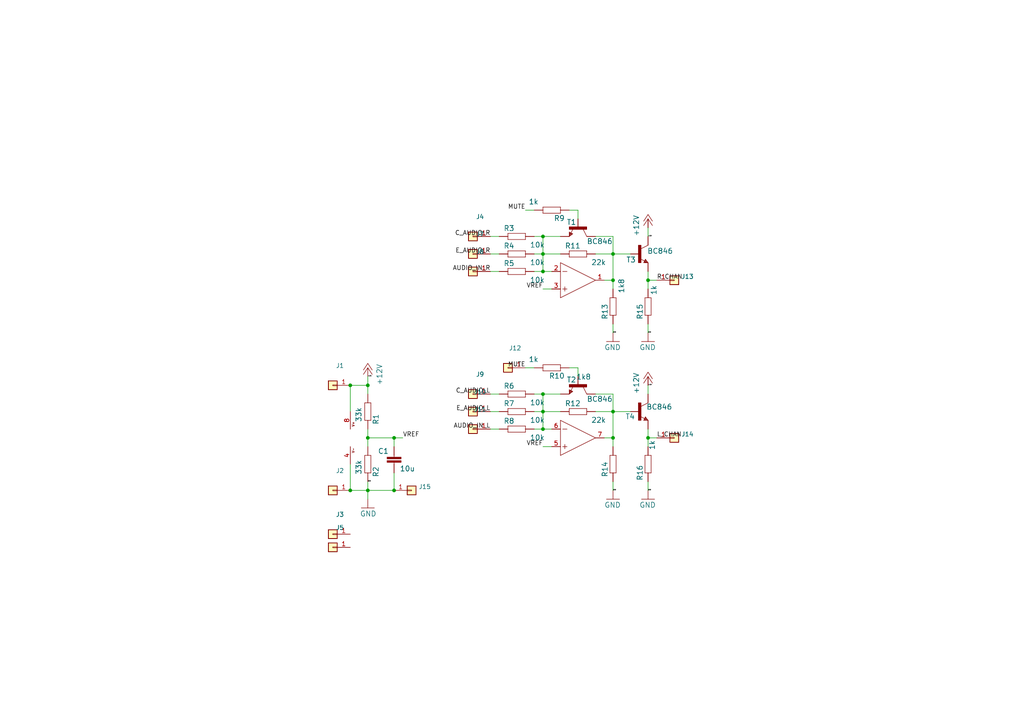
<source format=kicad_sch>
(kicad_sch (version 20211123) (generator eeschema)

  (uuid afd3dbad-e7a8-4e4c-b77c-4065a69aefa2)

  (paper "A4")

  (lib_symbols
    (symbol "Connector_Generic:Conn_01x01" (pin_names (offset 1.016) hide) (in_bom yes) (on_board yes)
      (property "Reference" "J" (id 0) (at 0 2.54 0)
        (effects (font (size 1.27 1.27)))
      )
      (property "Value" "Conn_01x01" (id 1) (at 0 -2.54 0)
        (effects (font (size 1.27 1.27)))
      )
      (property "Footprint" "" (id 2) (at 0 0 0)
        (effects (font (size 1.27 1.27)) hide)
      )
      (property "Datasheet" "~" (id 3) (at 0 0 0)
        (effects (font (size 1.27 1.27)) hide)
      )
      (property "ki_keywords" "connector" (id 4) (at 0 0 0)
        (effects (font (size 1.27 1.27)) hide)
      )
      (property "ki_description" "Generic connector, single row, 01x01, script generated (kicad-library-utils/schlib/autogen/connector/)" (id 5) (at 0 0 0)
        (effects (font (size 1.27 1.27)) hide)
      )
      (property "ki_fp_filters" "Connector*:*_1x??_*" (id 6) (at 0 0 0)
        (effects (font (size 1.27 1.27)) hide)
      )
      (symbol "Conn_01x01_1_1"
        (rectangle (start -1.27 0.127) (end 0 -0.127)
          (stroke (width 0.1524) (type default) (color 0 0 0 0))
          (fill (type none))
        )
        (rectangle (start -1.27 1.27) (end 1.27 -1.27)
          (stroke (width 0.254) (type default) (color 0 0 0 0))
          (fill (type background))
        )
        (pin passive line (at -5.08 0 0) (length 3.81)
          (name "Pin_1" (effects (font (size 1.27 1.27))))
          (number "1" (effects (font (size 1.27 1.27))))
        )
      )
    )
    (symbol "S-Mix-Replacement-eagle-import:+12V" (power) (pin_names (offset 1.016)) (in_bom yes) (on_board yes)
      (property "Reference" "#P+" (id 0) (at 0 0 0)
        (effects (font (size 1.27 1.27)) hide)
      )
      (property "Value" "S-Mix-Replacement-eagle-import_+12V" (id 1) (at -2.54 -5.08 90)
        (effects (font (size 1.4986 1.4986)) (justify left bottom))
      )
      (property "Footprint" "" (id 2) (at 0 0 0)
        (effects (font (size 1.27 1.27)) hide)
      )
      (property "Datasheet" "" (id 3) (at 0 0 0)
        (effects (font (size 1.27 1.27)) hide)
      )
      (property "ki_locked" "" (id 4) (at 0 0 0)
        (effects (font (size 1.27 1.27)))
      )
      (symbol "+12V_1_0"
        (polyline
          (pts
            (xy 0 0)
            (xy -1.27 -1.905)
          )
          (stroke (width 0) (type default) (color 0 0 0 0))
          (fill (type none))
        )
        (polyline
          (pts
            (xy 0 1.27)
            (xy -1.27 -0.635)
          )
          (stroke (width 0) (type default) (color 0 0 0 0))
          (fill (type none))
        )
        (polyline
          (pts
            (xy 1.27 -1.905)
            (xy 0 0)
          )
          (stroke (width 0) (type default) (color 0 0 0 0))
          (fill (type none))
        )
        (polyline
          (pts
            (xy 1.27 -0.635)
            (xy 0 1.27)
          )
          (stroke (width 0) (type default) (color 0 0 0 0))
          (fill (type none))
        )
        (pin power_in line (at 0 -2.54 90) (length 2.54)
          (name "+12V" (effects (font (size 0 0))))
          (number "1" (effects (font (size 0 0))))
        )
      )
    )
    (symbol "S-Mix-Replacement-eagle-import:BC846" (pin_names (offset 1.016)) (in_bom yes) (on_board yes)
      (property "Reference" "T" (id 0) (at -10.16 7.62 0)
        (effects (font (size 1.4986 1.4986)) (justify left bottom))
      )
      (property "Value" "S-Mix-Replacement-eagle-import_BC846" (id 1) (at -10.16 5.08 0)
        (effects (font (size 1.4986 1.4986)) (justify left bottom))
      )
      (property "Footprint" "" (id 2) (at 0 0 0)
        (effects (font (size 1.27 1.27)) hide)
      )
      (property "Datasheet" "" (id 3) (at 0 0 0)
        (effects (font (size 1.27 1.27)) hide)
      )
      (property "ki_locked" "" (id 4) (at 0 0 0)
        (effects (font (size 1.27 1.27)))
      )
      (symbol "BC846_1_0"
        (rectangle (start -0.254 -2.54) (end 0.508 2.54)
          (stroke (width 0) (type default) (color 0 0 0 0))
          (fill (type outline))
        )
        (polyline
          (pts
            (xy 1.27 -2.54)
            (xy 1.778 -1.524)
          )
          (stroke (width 0) (type default) (color 0 0 0 0))
          (fill (type none))
        )
        (polyline
          (pts
            (xy 1.524 -2.413)
            (xy 2.286 -2.413)
          )
          (stroke (width 0) (type default) (color 0 0 0 0))
          (fill (type none))
        )
        (polyline
          (pts
            (xy 1.524 -2.286)
            (xy 1.905 -2.286)
          )
          (stroke (width 0) (type default) (color 0 0 0 0))
          (fill (type none))
        )
        (polyline
          (pts
            (xy 1.524 -2.032)
            (xy 0.3048 -1.4224)
          )
          (stroke (width 0) (type default) (color 0 0 0 0))
          (fill (type none))
        )
        (polyline
          (pts
            (xy 1.778 -1.778)
            (xy 1.524 -2.286)
          )
          (stroke (width 0) (type default) (color 0 0 0 0))
          (fill (type none))
        )
        (polyline
          (pts
            (xy 1.778 -1.524)
            (xy 2.54 -2.54)
          )
          (stroke (width 0) (type default) (color 0 0 0 0))
          (fill (type none))
        )
        (polyline
          (pts
            (xy 1.905 -2.286)
            (xy 1.778 -2.032)
          )
          (stroke (width 0) (type default) (color 0 0 0 0))
          (fill (type none))
        )
        (polyline
          (pts
            (xy 2.286 -2.413)
            (xy 1.778 -1.778)
          )
          (stroke (width 0) (type default) (color 0 0 0 0))
          (fill (type none))
        )
        (polyline
          (pts
            (xy 2.54 -2.54)
            (xy 1.27 -2.54)
          )
          (stroke (width 0) (type default) (color 0 0 0 0))
          (fill (type none))
        )
        (polyline
          (pts
            (xy 2.54 2.54)
            (xy 0.508 1.524)
          )
          (stroke (width 0) (type default) (color 0 0 0 0))
          (fill (type none))
        )
        (pin passive line (at -2.54 0 0) (length 2.54)
          (name "B" (effects (font (size 0 0))))
          (number "1" (effects (font (size 0 0))))
        )
        (pin passive line (at 2.54 -5.08 90) (length 2.54)
          (name "E" (effects (font (size 0 0))))
          (number "2" (effects (font (size 0 0))))
        )
        (pin passive line (at 2.54 5.08 270) (length 2.54)
          (name "C" (effects (font (size 0 0))))
          (number "3" (effects (font (size 0 0))))
        )
      )
    )
    (symbol "S-Mix-Replacement-eagle-import:C-EUC1206" (pin_names (offset 1.016)) (in_bom yes) (on_board yes)
      (property "Reference" "C" (id 0) (at 1.524 0.381 0)
        (effects (font (size 1.4986 1.4986)) (justify left bottom))
      )
      (property "Value" "S-Mix-Replacement-eagle-import_C-EUC1206" (id 1) (at 1.524 -4.699 0)
        (effects (font (size 1.4986 1.4986)) (justify left bottom))
      )
      (property "Footprint" "" (id 2) (at 0 0 0)
        (effects (font (size 1.27 1.27)) hide)
      )
      (property "Datasheet" "" (id 3) (at 0 0 0)
        (effects (font (size 1.27 1.27)) hide)
      )
      (property "ki_locked" "" (id 4) (at 0 0 0)
        (effects (font (size 1.27 1.27)))
      )
      (symbol "C-EUC1206_1_0"
        (rectangle (start -2.032 -2.032) (end 2.032 -1.524)
          (stroke (width 0) (type default) (color 0 0 0 0))
          (fill (type outline))
        )
        (rectangle (start -2.032 -1.016) (end 2.032 -0.508)
          (stroke (width 0) (type default) (color 0 0 0 0))
          (fill (type outline))
        )
        (polyline
          (pts
            (xy 0 -2.54)
            (xy 0 -2.032)
          )
          (stroke (width 0) (type default) (color 0 0 0 0))
          (fill (type none))
        )
        (polyline
          (pts
            (xy 0 0)
            (xy 0 -0.508)
          )
          (stroke (width 0) (type default) (color 0 0 0 0))
          (fill (type none))
        )
        (pin passive line (at 0 2.54 270) (length 2.54)
          (name "1" (effects (font (size 0 0))))
          (number "1" (effects (font (size 0 0))))
        )
        (pin passive line (at 0 -5.08 90) (length 2.54)
          (name "2" (effects (font (size 0 0))))
          (number "2" (effects (font (size 0 0))))
        )
      )
    )
    (symbol "S-Mix-Replacement-eagle-import:GND" (power) (pin_names (offset 1.016)) (in_bom yes) (on_board yes)
      (property "Reference" "#GND" (id 0) (at 0 0 0)
        (effects (font (size 1.27 1.27)) hide)
      )
      (property "Value" "S-Mix-Replacement-eagle-import_GND" (id 1) (at -2.54 -2.54 0)
        (effects (font (size 1.4986 1.4986)) (justify left bottom))
      )
      (property "Footprint" "" (id 2) (at 0 0 0)
        (effects (font (size 1.27 1.27)) hide)
      )
      (property "Datasheet" "" (id 3) (at 0 0 0)
        (effects (font (size 1.27 1.27)) hide)
      )
      (property "ki_locked" "" (id 4) (at 0 0 0)
        (effects (font (size 1.27 1.27)))
      )
      (symbol "GND_1_0"
        (polyline
          (pts
            (xy -1.905 0)
            (xy 1.905 0)
          )
          (stroke (width 0) (type default) (color 0 0 0 0))
          (fill (type none))
        )
        (pin power_in line (at 0 2.54 270) (length 2.54)
          (name "GND" (effects (font (size 0 0))))
          (number "1" (effects (font (size 0 0))))
        )
      )
    )
    (symbol "S-Mix-Replacement-eagle-import:LM358D" (pin_names (offset 1.016)) (in_bom yes) (on_board yes)
      (property "Reference" "IC" (id 0) (at 2.54 3.175 0)
        (effects (font (size 1.4986 1.4986)) (justify left bottom) hide)
      )
      (property "Value" "S-Mix-Replacement-eagle-import_LM358D" (id 1) (at 2.54 -5.08 0)
        (effects (font (size 1.4986 1.4986)) (justify left bottom) hide)
      )
      (property "Footprint" "" (id 2) (at 0 0 0)
        (effects (font (size 1.27 1.27)) hide)
      )
      (property "Datasheet" "" (id 3) (at 0 0 0)
        (effects (font (size 1.27 1.27)) hide)
      )
      (property "ki_locked" "" (id 4) (at 0 0 0)
        (effects (font (size 1.27 1.27)))
      )
      (symbol "LM358D_1_0"
        (polyline
          (pts
            (xy -5.08 -5.08)
            (xy 5.08 0)
          )
          (stroke (width 0) (type default) (color 0 0 0 0))
          (fill (type none))
        )
        (polyline
          (pts
            (xy -5.08 5.08)
            (xy -5.08 -5.08)
          )
          (stroke (width 0) (type default) (color 0 0 0 0))
          (fill (type none))
        )
        (polyline
          (pts
            (xy -4.445 -2.54)
            (xy -3.175 -2.54)
          )
          (stroke (width 0) (type default) (color 0 0 0 0))
          (fill (type none))
        )
        (polyline
          (pts
            (xy -4.445 2.54)
            (xy -3.175 2.54)
          )
          (stroke (width 0) (type default) (color 0 0 0 0))
          (fill (type none))
        )
        (polyline
          (pts
            (xy -3.81 3.175)
            (xy -3.81 1.905)
          )
          (stroke (width 0) (type default) (color 0 0 0 0))
          (fill (type none))
        )
        (polyline
          (pts
            (xy 5.08 0)
            (xy -5.08 5.08)
          )
          (stroke (width 0) (type default) (color 0 0 0 0))
          (fill (type none))
        )
        (pin output line (at 7.62 0 180) (length 2.54)
          (name "OUT" (effects (font (size 0 0))))
          (number "1" (effects (font (size 1.27 1.27))))
        )
        (pin input line (at -7.62 -2.54 0) (length 2.54)
          (name "-IN" (effects (font (size 0 0))))
          (number "2" (effects (font (size 1.27 1.27))))
        )
        (pin input line (at -7.62 2.54 0) (length 2.54)
          (name "+IN" (effects (font (size 0 0))))
          (number "3" (effects (font (size 1.27 1.27))))
        )
      )
      (symbol "LM358D_2_0"
        (polyline
          (pts
            (xy -5.08 -5.08)
            (xy 5.08 0)
          )
          (stroke (width 0) (type default) (color 0 0 0 0))
          (fill (type none))
        )
        (polyline
          (pts
            (xy -5.08 5.08)
            (xy -5.08 -5.08)
          )
          (stroke (width 0) (type default) (color 0 0 0 0))
          (fill (type none))
        )
        (polyline
          (pts
            (xy -4.445 -2.54)
            (xy -3.175 -2.54)
          )
          (stroke (width 0) (type default) (color 0 0 0 0))
          (fill (type none))
        )
        (polyline
          (pts
            (xy -4.445 2.54)
            (xy -3.175 2.54)
          )
          (stroke (width 0) (type default) (color 0 0 0 0))
          (fill (type none))
        )
        (polyline
          (pts
            (xy -3.81 3.175)
            (xy -3.81 1.905)
          )
          (stroke (width 0) (type default) (color 0 0 0 0))
          (fill (type none))
        )
        (polyline
          (pts
            (xy 5.08 0)
            (xy -5.08 5.08)
          )
          (stroke (width 0) (type default) (color 0 0 0 0))
          (fill (type none))
        )
        (pin input line (at -7.62 2.54 0) (length 2.54)
          (name "+IN" (effects (font (size 0 0))))
          (number "5" (effects (font (size 1.27 1.27))))
        )
        (pin input line (at -7.62 -2.54 0) (length 2.54)
          (name "-IN" (effects (font (size 0 0))))
          (number "6" (effects (font (size 1.27 1.27))))
        )
        (pin output line (at 7.62 0 180) (length 2.54)
          (name "OUT" (effects (font (size 0 0))))
          (number "7" (effects (font (size 1.27 1.27))))
        )
      )
      (symbol "LM358D_3_0"
        (text "V+" (at 1.27 3.175 900)
          (effects (font (size 0.6858 0.6858)) (justify left bottom))
        )
        (text "V-" (at 1.27 -4.445 900)
          (effects (font (size 0.6858 0.6858)) (justify left bottom))
        )
        (pin power_in line (at 0 -7.62 90) (length 5.08)
          (name "V-" (effects (font (size 0 0))))
          (number "4" (effects (font (size 1.27 1.27))))
        )
        (pin power_in line (at 0 7.62 270) (length 5.08)
          (name "V+" (effects (font (size 0 0))))
          (number "8" (effects (font (size 1.27 1.27))))
        )
      )
    )
    (symbol "S-Mix-Replacement-eagle-import:R-EU_R0805" (pin_names (offset 1.016)) (in_bom yes) (on_board yes)
      (property "Reference" "R" (id 0) (at -3.81 1.4986 0)
        (effects (font (size 1.4986 1.4986)) (justify left bottom))
      )
      (property "Value" "S-Mix-Replacement-eagle-import_R-EU_R0805" (id 1) (at -3.81 -3.302 0)
        (effects (font (size 1.4986 1.4986)) (justify left bottom))
      )
      (property "Footprint" "" (id 2) (at 0 0 0)
        (effects (font (size 1.27 1.27)) hide)
      )
      (property "Datasheet" "" (id 3) (at 0 0 0)
        (effects (font (size 1.27 1.27)) hide)
      )
      (property "ki_locked" "" (id 4) (at 0 0 0)
        (effects (font (size 1.27 1.27)))
      )
      (symbol "R-EU_R0805_1_0"
        (polyline
          (pts
            (xy -2.54 -0.889)
            (xy -2.54 0.889)
          )
          (stroke (width 0) (type default) (color 0 0 0 0))
          (fill (type none))
        )
        (polyline
          (pts
            (xy -2.54 -0.889)
            (xy 2.54 -0.889)
          )
          (stroke (width 0) (type default) (color 0 0 0 0))
          (fill (type none))
        )
        (polyline
          (pts
            (xy 2.54 -0.889)
            (xy 2.54 0.889)
          )
          (stroke (width 0) (type default) (color 0 0 0 0))
          (fill (type none))
        )
        (polyline
          (pts
            (xy 2.54 0.889)
            (xy -2.54 0.889)
          )
          (stroke (width 0) (type default) (color 0 0 0 0))
          (fill (type none))
        )
        (pin passive line (at -5.08 0 0) (length 2.54)
          (name "1" (effects (font (size 0 0))))
          (number "1" (effects (font (size 0 0))))
        )
        (pin passive line (at 5.08 0 180) (length 2.54)
          (name "2" (effects (font (size 0 0))))
          (number "2" (effects (font (size 0 0))))
        )
      )
    )
  )

  (junction (at 101.6 142.24) (diameter 0) (color 0 0 0 0)
    (uuid 101ef598-601d-400e-9ef6-d655fbb1dbfa)
  )
  (junction (at 177.8 73.66) (diameter 0) (color 0 0 0 0)
    (uuid 15875808-74d5-4210-b8ca-aa8fbc04ae21)
  )
  (junction (at 106.68 142.24) (diameter 0) (color 0 0 0 0)
    (uuid 1a2f72d1-0b36-4610-afc4-4ad1660d5d3b)
  )
  (junction (at 177.8 127) (diameter 0) (color 0 0 0 0)
    (uuid 30f15357-ce1d-48b9-93dc-7d9b1b2aa048)
  )
  (junction (at 187.96 127) (diameter 0) (color 0 0 0 0)
    (uuid 38f2d955-ea7a-4a21-aba6-02ae23f1bd4a)
  )
  (junction (at 157.48 114.3) (diameter 0) (color 0 0 0 0)
    (uuid 6a955fc7-39d9-4c75-9a69-676ca8c0b9b2)
  )
  (junction (at 157.48 78.74) (diameter 0) (color 0 0 0 0)
    (uuid 6e105729-aba0-497c-a99e-c32d2b3ddb6d)
  )
  (junction (at 157.48 73.66) (diameter 0) (color 0 0 0 0)
    (uuid 78cbdd6c-4878-4cc5-9a58-0e506478e37d)
  )
  (junction (at 101.6 111.76) (diameter 0) (color 0 0 0 0)
    (uuid 8087f566-a94d-4bbc-985b-e49ee7762296)
  )
  (junction (at 157.48 68.58) (diameter 0) (color 0 0 0 0)
    (uuid 983c426c-24e0-4c65-ab69-1f1824adc5c6)
  )
  (junction (at 106.68 111.76) (diameter 0) (color 0 0 0 0)
    (uuid 9c8ccb2a-b1e9-4f2c-94fe-301b5975277e)
  )
  (junction (at 187.96 81.28) (diameter 0) (color 0 0 0 0)
    (uuid 9dab0cb7-2557-4419-963b-5ae736517f62)
  )
  (junction (at 114.3 142.24) (diameter 0) (color 0 0 0 0)
    (uuid a9b3f6e4-7a6d-4ae8-ad28-3d8458e0ca1a)
  )
  (junction (at 106.68 127) (diameter 0) (color 0 0 0 0)
    (uuid c022004a-c968-410e-b59e-fbab0e561e9d)
  )
  (junction (at 177.8 119.38) (diameter 0) (color 0 0 0 0)
    (uuid d8603679-3e7b-4337-8dbc-1827f5f54d8a)
  )
  (junction (at 177.8 81.28) (diameter 0) (color 0 0 0 0)
    (uuid dd00c2e1-6027-4717-b312-4fab3ee52002)
  )
  (junction (at 157.48 124.46) (diameter 0) (color 0 0 0 0)
    (uuid e8314017-7be6-4011-9179-37449a29b311)
  )
  (junction (at 157.48 119.38) (diameter 0) (color 0 0 0 0)
    (uuid f1830a1b-f0cc-47ae-a2c9-679c82032f14)
  )
  (junction (at 114.3 127) (diameter 0) (color 0 0 0 0)
    (uuid f4f99e3d-7269-4f6a-a759-16ad2a258779)
  )

  (wire (pts (xy 177.8 81.28) (xy 177.8 73.66))
    (stroke (width 0) (type default) (color 0 0 0 0))
    (uuid 0147f16a-c952-4891-8f53-a9fb8cddeb8d)
  )
  (wire (pts (xy 101.6 142.24) (xy 101.6 134.62))
    (stroke (width 0) (type default) (color 0 0 0 0))
    (uuid 03d88a85-11fd-47aa-954c-c318bb15294a)
  )
  (wire (pts (xy 167.64 109.22) (xy 167.64 106.68))
    (stroke (width 0) (type default) (color 0 0 0 0))
    (uuid 0a3cc030-c9dd-4d74-9d50-715ed2b361a2)
  )
  (wire (pts (xy 177.8 68.58) (xy 177.8 73.66))
    (stroke (width 0) (type default) (color 0 0 0 0))
    (uuid 0d0bb7b2-a6e5-46d2-9492-a1aa6e5a7b2f)
  )
  (wire (pts (xy 187.96 127) (xy 187.96 124.46))
    (stroke (width 0) (type default) (color 0 0 0 0))
    (uuid 0f41a909-27c4-4be2-9d5e-9ae2108c8ff5)
  )
  (wire (pts (xy 106.68 124.46) (xy 106.68 127))
    (stroke (width 0) (type default) (color 0 0 0 0))
    (uuid 10109f84-4940-47f8-8640-91f185ac9bc1)
  )
  (wire (pts (xy 187.96 96.52) (xy 187.96 93.98))
    (stroke (width 0) (type default) (color 0 0 0 0))
    (uuid 13475e15-f37c-4de8-857e-1722b0c39513)
  )
  (wire (pts (xy 157.48 68.58) (xy 157.48 73.66))
    (stroke (width 0) (type default) (color 0 0 0 0))
    (uuid 13abf99d-5265-4779-8973-e94370fd18ff)
  )
  (wire (pts (xy 154.94 60.96) (xy 152.4 60.96))
    (stroke (width 0) (type default) (color 0 0 0 0))
    (uuid 1860e030-7a36-4298-b7fc-a16d48ab15ba)
  )
  (wire (pts (xy 187.96 129.54) (xy 187.96 127))
    (stroke (width 0) (type default) (color 0 0 0 0))
    (uuid 1b54105e-6590-4d26-a763-ecfcf81eedc4)
  )
  (wire (pts (xy 182.88 119.38) (xy 177.8 119.38))
    (stroke (width 0) (type default) (color 0 0 0 0))
    (uuid 1e1b062d-fad0-427c-a622-c5b8a80b5268)
  )
  (wire (pts (xy 157.48 68.58) (xy 162.56 68.58))
    (stroke (width 0) (type default) (color 0 0 0 0))
    (uuid 23bb2798-d93a-4696-a962-c305c4298a0c)
  )
  (wire (pts (xy 177.8 114.3) (xy 177.8 119.38))
    (stroke (width 0) (type default) (color 0 0 0 0))
    (uuid 3b838d52-596d-4e4d-a6ac-e4c8e7621137)
  )
  (wire (pts (xy 154.94 119.38) (xy 157.48 119.38))
    (stroke (width 0) (type default) (color 0 0 0 0))
    (uuid 3f5fe6b7-98fc-4d3e-9567-f9f7202d1455)
  )
  (wire (pts (xy 175.26 127) (xy 177.8 127))
    (stroke (width 0) (type default) (color 0 0 0 0))
    (uuid 44d8279a-9cd1-4db6-856f-0363131605fc)
  )
  (wire (pts (xy 157.48 78.74) (xy 154.94 78.74))
    (stroke (width 0) (type default) (color 0 0 0 0))
    (uuid 46918595-4a45-48e8-84c0-961b4db7f35f)
  )
  (wire (pts (xy 106.68 111.76) (xy 106.68 114.3))
    (stroke (width 0) (type default) (color 0 0 0 0))
    (uuid 48f827a8-6e22-4a2e-abdc-c2a03098d883)
  )
  (wire (pts (xy 187.96 111.76) (xy 187.96 114.3))
    (stroke (width 0) (type default) (color 0 0 0 0))
    (uuid 4e3d7c0d-12e3-42f2-b944-e4bcdbbcac2a)
  )
  (wire (pts (xy 160.02 129.54) (xy 157.48 129.54))
    (stroke (width 0) (type default) (color 0 0 0 0))
    (uuid 4fb02e58-160a-4a39-9f22-d0c75e82ee72)
  )
  (wire (pts (xy 106.68 142.24) (xy 101.6 142.24))
    (stroke (width 0) (type default) (color 0 0 0 0))
    (uuid 51c4dc0a-5b9f-4edf-a83f-4a12881e42ef)
  )
  (wire (pts (xy 106.68 127) (xy 106.68 129.54))
    (stroke (width 0) (type default) (color 0 0 0 0))
    (uuid 55e740a3-0735-4744-896e-2bf5437093b9)
  )
  (wire (pts (xy 187.96 68.58) (xy 187.96 66.04))
    (stroke (width 0) (type default) (color 0 0 0 0))
    (uuid 5b2b5c7d-f943-4634-9f0a-e9561705c49d)
  )
  (wire (pts (xy 142.24 114.3) (xy 144.78 114.3))
    (stroke (width 0) (type default) (color 0 0 0 0))
    (uuid 5bcace5d-edd0-4e19-92d0-835e43cf8eb2)
  )
  (wire (pts (xy 154.94 114.3) (xy 157.48 114.3))
    (stroke (width 0) (type default) (color 0 0 0 0))
    (uuid 5cbb5968-dbb5-4b84-864a-ead1cacf75b9)
  )
  (wire (pts (xy 157.48 114.3) (xy 157.48 119.38))
    (stroke (width 0) (type default) (color 0 0 0 0))
    (uuid 62c076a3-d618-44a2-9042-9a08b3576787)
  )
  (wire (pts (xy 187.96 127) (xy 190.5 127))
    (stroke (width 0) (type default) (color 0 0 0 0))
    (uuid 632acde9-b7fd-4f04-8cb4-d2cbb06b3595)
  )
  (wire (pts (xy 177.8 119.38) (xy 172.72 119.38))
    (stroke (width 0) (type default) (color 0 0 0 0))
    (uuid 66116376-6967-4178-9f23-a26cdeafc400)
  )
  (wire (pts (xy 142.24 119.38) (xy 144.78 119.38))
    (stroke (width 0) (type default) (color 0 0 0 0))
    (uuid 67621f9e-0a6a-4778-ad69-04dcf300659c)
  )
  (wire (pts (xy 154.94 106.68) (xy 152.4 106.68))
    (stroke (width 0) (type default) (color 0 0 0 0))
    (uuid 67f6e996-3c99-493c-8f6f-e739e2ed5d7a)
  )
  (wire (pts (xy 175.26 81.28) (xy 177.8 81.28))
    (stroke (width 0) (type default) (color 0 0 0 0))
    (uuid 6a44418c-7bb4-4e99-8836-57f153c19721)
  )
  (wire (pts (xy 187.96 83.82) (xy 187.96 81.28))
    (stroke (width 0) (type default) (color 0 0 0 0))
    (uuid 6b25f522-8e2d-4cd8-9d5d-a2b80f60133b)
  )
  (wire (pts (xy 106.68 139.7) (xy 106.68 142.24))
    (stroke (width 0) (type default) (color 0 0 0 0))
    (uuid 712d6a7d-2b62-464f-b745-fd2a6b0187f6)
  )
  (wire (pts (xy 114.3 127) (xy 106.68 127))
    (stroke (width 0) (type default) (color 0 0 0 0))
    (uuid 71c31975-2c45-4d18-a25a-18e07a55d11e)
  )
  (wire (pts (xy 114.3 127) (xy 116.84 127))
    (stroke (width 0) (type default) (color 0 0 0 0))
    (uuid 746ba970-8279-4e7b-aed3-f28687777c21)
  )
  (wire (pts (xy 172.72 114.3) (xy 177.8 114.3))
    (stroke (width 0) (type default) (color 0 0 0 0))
    (uuid 749dfe75-c0d6-4872-9330-29c5bbcb8ff8)
  )
  (wire (pts (xy 160.02 83.82) (xy 157.48 83.82))
    (stroke (width 0) (type default) (color 0 0 0 0))
    (uuid 77ed3941-d133-4aef-a9af-5a39322d14eb)
  )
  (wire (pts (xy 182.88 73.66) (xy 177.8 73.66))
    (stroke (width 0) (type default) (color 0 0 0 0))
    (uuid 81bbc3ff-3938-49ac-8297-ce2bcc9a42bd)
  )
  (wire (pts (xy 167.64 106.68) (xy 165.1 106.68))
    (stroke (width 0) (type default) (color 0 0 0 0))
    (uuid 8322f275-268c-4e87-a69f-4cfbf05e747f)
  )
  (wire (pts (xy 106.68 144.78) (xy 106.68 142.24))
    (stroke (width 0) (type default) (color 0 0 0 0))
    (uuid 842e430f-0c35-45f3-a0b5-95ae7b7ae388)
  )
  (wire (pts (xy 187.96 142.24) (xy 187.96 139.7))
    (stroke (width 0) (type default) (color 0 0 0 0))
    (uuid 854dd5d4-5fd2-4730-bd49-a9cd8299a065)
  )
  (wire (pts (xy 106.68 109.22) (xy 106.68 111.76))
    (stroke (width 0) (type default) (color 0 0 0 0))
    (uuid 8d55e186-3e11-40e8-a65e-b36a8a00069e)
  )
  (wire (pts (xy 157.48 73.66) (xy 162.56 73.66))
    (stroke (width 0) (type default) (color 0 0 0 0))
    (uuid 94c158d1-8503-4553-b511-bf42f506c2a8)
  )
  (wire (pts (xy 114.3 142.24) (xy 114.3 137.16))
    (stroke (width 0) (type default) (color 0 0 0 0))
    (uuid 98e81e80-1f85-4152-be3f-99785ea97751)
  )
  (wire (pts (xy 157.48 78.74) (xy 160.02 78.74))
    (stroke (width 0) (type default) (color 0 0 0 0))
    (uuid 9ccf03e8-755a-4cd9-96fc-30e1d08fa253)
  )
  (wire (pts (xy 154.94 68.58) (xy 157.48 68.58))
    (stroke (width 0) (type default) (color 0 0 0 0))
    (uuid a05d7640-f2f6-4ba7-8c51-5a4af431fc13)
  )
  (wire (pts (xy 142.24 73.66) (xy 144.78 73.66))
    (stroke (width 0) (type default) (color 0 0 0 0))
    (uuid a17904b9-135e-4dae-ae20-401c7787de72)
  )
  (wire (pts (xy 154.94 73.66) (xy 157.48 73.66))
    (stroke (width 0) (type default) (color 0 0 0 0))
    (uuid a7520ad3-0f8b-4788-92d4-8ffb277041e6)
  )
  (wire (pts (xy 157.48 73.66) (xy 157.48 78.74))
    (stroke (width 0) (type default) (color 0 0 0 0))
    (uuid a795f1ba-cdd5-4cc5-9a52-08586e982934)
  )
  (wire (pts (xy 157.48 124.46) (xy 160.02 124.46))
    (stroke (width 0) (type default) (color 0 0 0 0))
    (uuid afb8e687-4a13-41a1-b8c0-89a749e897fe)
  )
  (wire (pts (xy 177.8 83.82) (xy 177.8 81.28))
    (stroke (width 0) (type default) (color 0 0 0 0))
    (uuid b1169a2d-8998-4b50-a48d-c520bcc1b8e1)
  )
  (wire (pts (xy 106.68 142.24) (xy 114.3 142.24))
    (stroke (width 0) (type default) (color 0 0 0 0))
    (uuid b3d08afa-f296-4e3b-8825-73b6331d35bf)
  )
  (wire (pts (xy 167.64 63.5) (xy 167.64 60.96))
    (stroke (width 0) (type default) (color 0 0 0 0))
    (uuid b6270a28-e0d9-4655-a18a-03dbf007b940)
  )
  (wire (pts (xy 154.94 124.46) (xy 157.48 124.46))
    (stroke (width 0) (type default) (color 0 0 0 0))
    (uuid bb7f0588-d4d8-44bf-9ebf-3c533fe4d6ae)
  )
  (wire (pts (xy 162.56 119.38) (xy 157.48 119.38))
    (stroke (width 0) (type default) (color 0 0 0 0))
    (uuid c1d83899-e380-49f9-a87d-8e78bc089ebf)
  )
  (wire (pts (xy 142.24 124.46) (xy 144.78 124.46))
    (stroke (width 0) (type default) (color 0 0 0 0))
    (uuid c801d42e-dd94-493e-bd2f-6c3ddad43f55)
  )
  (wire (pts (xy 177.8 129.54) (xy 177.8 127))
    (stroke (width 0) (type default) (color 0 0 0 0))
    (uuid cbdcaa78-3bbc-413f-91bf-2709119373ce)
  )
  (wire (pts (xy 142.24 68.58) (xy 144.78 68.58))
    (stroke (width 0) (type default) (color 0 0 0 0))
    (uuid cdfb07af-801b-44ba-8c30-d021a6ad3039)
  )
  (wire (pts (xy 101.6 111.76) (xy 101.6 119.38))
    (stroke (width 0) (type default) (color 0 0 0 0))
    (uuid cef6f603-8a0b-4dd0-af99-ebfbef7d1b4b)
  )
  (wire (pts (xy 177.8 73.66) (xy 172.72 73.66))
    (stroke (width 0) (type default) (color 0 0 0 0))
    (uuid d1262c4d-2245-4c4f-8f35-7bb32cd9e21e)
  )
  (wire (pts (xy 172.72 68.58) (xy 177.8 68.58))
    (stroke (width 0) (type default) (color 0 0 0 0))
    (uuid d22e95aa-f3db-4fbc-a331-048a2523233e)
  )
  (wire (pts (xy 157.48 119.38) (xy 157.48 124.46))
    (stroke (width 0) (type default) (color 0 0 0 0))
    (uuid da469d11-a8a4-414b-9449-d151eeaf4853)
  )
  (wire (pts (xy 187.96 81.28) (xy 187.96 78.74))
    (stroke (width 0) (type default) (color 0 0 0 0))
    (uuid dabe541b-b164-4180-97a4-5ca761b86800)
  )
  (wire (pts (xy 177.8 96.52) (xy 177.8 93.98))
    (stroke (width 0) (type default) (color 0 0 0 0))
    (uuid dde3dba8-1b81-466c-93a3-c284ff4da1ef)
  )
  (wire (pts (xy 114.3 129.54) (xy 114.3 127))
    (stroke (width 0) (type default) (color 0 0 0 0))
    (uuid e10b5627-3247-4c86-b9f6-ef474ca11543)
  )
  (wire (pts (xy 187.96 81.28) (xy 190.5 81.28))
    (stroke (width 0) (type default) (color 0 0 0 0))
    (uuid e12e827e-36be-4503-8eef-6fc7e8bc5d49)
  )
  (wire (pts (xy 106.68 111.76) (xy 101.6 111.76))
    (stroke (width 0) (type default) (color 0 0 0 0))
    (uuid e877bf4a-4210-4bd3-b7b0-806eb4affc5b)
  )
  (wire (pts (xy 162.56 114.3) (xy 157.48 114.3))
    (stroke (width 0) (type default) (color 0 0 0 0))
    (uuid e9bb29b2-2bb9-4ea2-acd9-2bb3ca677a12)
  )
  (wire (pts (xy 177.8 127) (xy 177.8 119.38))
    (stroke (width 0) (type default) (color 0 0 0 0))
    (uuid eb667eea-300e-4ca7-8a6f-4b00de80cd45)
  )
  (wire (pts (xy 142.24 78.74) (xy 144.78 78.74))
    (stroke (width 0) (type default) (color 0 0 0 0))
    (uuid f202141e-c20d-4cac-b016-06a44f2ecce8)
  )
  (wire (pts (xy 167.64 60.96) (xy 165.1 60.96))
    (stroke (width 0) (type default) (color 0 0 0 0))
    (uuid f3490fa5-5a27-423b-af60-53609669542c)
  )
  (wire (pts (xy 177.8 142.24) (xy 177.8 139.7))
    (stroke (width 0) (type default) (color 0 0 0 0))
    (uuid f976e2cc-36f9-4479-a816-2c74d1d5da6f)
  )

  (label "E_AUDIO_R" (at 142.24 73.66 180)
    (effects (font (size 1.27 1.27)) (justify right bottom))
    (uuid 0088d107-13d8-496c-8da6-7bbeb9d096b0)
  )
  (label "GND" (at 106.68 139.7 0)
    (effects (font (size 0.254 0.254)) (justify left bottom))
    (uuid 0dcdf1b8-13c6-48b4-bd94-5d26038ff231)
  )
  (label "GND" (at 187.96 142.24 0)
    (effects (font (size 0.254 0.254)) (justify left bottom))
    (uuid 120a7b0f-ddfd-4447-85c1-35665465acdb)
  )
  (label "E_AUDIO_L" (at 142.24 119.38 180)
    (effects (font (size 1.27 1.27)) (justify right bottom))
    (uuid 128e34ce-eee7-477d-b905-a493e98db783)
  )
  (label "GND" (at 187.96 96.52 0)
    (effects (font (size 0.254 0.254)) (justify left bottom))
    (uuid 2732632c-4768-42b6-bf7f-14643424019e)
  )
  (label "AUDIO_IN_L" (at 142.24 124.46 180)
    (effects (font (size 1.27 1.27)) (justify right bottom))
    (uuid 3172f2e2-18d2-4a80-ae30-5707b3409798)
  )
  (label "MUTE" (at 152.4 106.68 180)
    (effects (font (size 1.27 1.27)) (justify right bottom))
    (uuid 32667662-ae86-4904-b198-3e95f11851bf)
  )
  (label "L_CHAN" (at 190.5 127 0)
    (effects (font (size 1.27 1.27)) (justify left bottom))
    (uuid 35354519-a28c-40c4-befd-0943e98dea53)
  )
  (label "MUTE" (at 152.4 60.96 180)
    (effects (font (size 1.27 1.27)) (justify right bottom))
    (uuid 3dcc657b-55a1-48e0-9667-e01e7b6b08b5)
  )
  (label "R_CHAN" (at 190.5 81.28 0)
    (effects (font (size 1.27 1.27)) (justify left bottom))
    (uuid 417f13e4-c121-485a-a6b5-8b55e70350b8)
  )
  (label "VREF" (at 116.84 127 0)
    (effects (font (size 1.27 1.27)) (justify left bottom))
    (uuid 47baf4b1-0938-497d-88f9-671136aa8be7)
  )
  (label "GND" (at 177.8 96.52 0)
    (effects (font (size 0.254 0.254)) (justify left bottom))
    (uuid 58dc14f9-c158-4824-a84e-24a6a482a7a4)
  )
  (label "C_AUDIO_L" (at 142.24 114.3 180)
    (effects (font (size 1.27 1.27)) (justify right bottom))
    (uuid 68e09be7-3bbc-4443-a838-209ce20b2bef)
  )
  (label "AUDIO_IN_R" (at 142.24 78.74 180)
    (effects (font (size 1.27 1.27)) (justify right bottom))
    (uuid 6a780180-586a-4241-a52d-dc7a5ffcc966)
  )
  (label "+12V" (at 106.68 109.22 0)
    (effects (font (size 0.254 0.254)) (justify left bottom))
    (uuid a03e565f-d8cd-4032-aae3-b7327d4143dd)
  )
  (label "+12V" (at 187.96 111.76 0)
    (effects (font (size 0.254 0.254)) (justify left bottom))
    (uuid aa02e544-13f5-4cf8-a5f4-3e6cda006090)
  )
  (label "GND" (at 177.8 142.24 0)
    (effects (font (size 0.254 0.254)) (justify left bottom))
    (uuid b635b16e-60bb-4b3e-9fc3-47d34eef8381)
  )
  (label "C_AUDIO_R" (at 142.24 68.58 180)
    (effects (font (size 1.27 1.27)) (justify right bottom))
    (uuid c201e1b2-fc01-4110-bdaa-a33290468c83)
  )
  (label "+12V" (at 187.96 68.58 0)
    (effects (font (size 0.254 0.254)) (justify left bottom))
    (uuid c70d9ef3-bfeb-47e0-a1e1-9aeba3da7864)
  )
  (label "VREF" (at 157.48 83.82 180)
    (effects (font (size 1.27 1.27)) (justify right bottom))
    (uuid e615f7aa-337e-474d-9615-2ad82b1c44ca)
  )
  (label "VREF" (at 157.48 129.54 180)
    (effects (font (size 1.27 1.27)) (justify right bottom))
    (uuid ef8fe2ac-6a7f-4682-9418-b801a1b10a3b)
  )

  (symbol (lib_id "S-Mix-Replacement-eagle-import:R-EU_R0805") (at 149.86 114.3 0) (unit 1)
    (in_bom yes) (on_board yes)
    (uuid 00000000-0000-0000-0000-00001047f363)
    (property "Reference" "R6" (id 0) (at 146.05 112.8014 0)
      (effects (font (size 1.4986 1.4986)) (justify left bottom))
    )
    (property "Value" "10k" (id 1) (at 153.67 117.602 0)
      (effects (font (size 1.4986 1.4986)) (justify left bottom))
    )
    (property "Footprint" "Resistor_SMD:R_0603_1608Metric_Pad0.98x0.95mm_HandSolder" (id 2) (at 149.86 114.3 0)
      (effects (font (size 1.27 1.27)) hide)
    )
    (property "Datasheet" "" (id 3) (at 149.86 114.3 0)
      (effects (font (size 1.27 1.27)) hide)
    )
    (pin "1" (uuid e2e15110-eaf7-4186-b316-cc2f6948e07e))
    (pin "2" (uuid 694a8561-8fe5-4c63-8ec3-a4bf3d5f6f49))
  )

  (symbol (lib_id "S-Mix-Replacement-eagle-import:R-EU_R0805") (at 187.96 134.62 90) (unit 1)
    (in_bom yes) (on_board yes)
    (uuid 00000000-0000-0000-0000-000014476a70)
    (property "Reference" "R16" (id 0) (at 186.4614 139.446 0)
      (effects (font (size 1.4986 1.4986)) (justify left bottom))
    )
    (property "Value" "1k" (id 1) (at 189.992 130.556 0)
      (effects (font (size 1.4986 1.4986)) (justify left bottom))
    )
    (property "Footprint" "Resistor_SMD:R_0603_1608Metric_Pad0.98x0.95mm_HandSolder" (id 2) (at 187.96 134.62 0)
      (effects (font (size 1.27 1.27)) hide)
    )
    (property "Datasheet" "" (id 3) (at 187.96 134.62 0)
      (effects (font (size 1.27 1.27)) hide)
    )
    (pin "1" (uuid e90e8e50-8bc6-4dc6-b69b-3835d88d297a))
    (pin "2" (uuid 5b12bb61-076d-4c1f-9a6d-b399c284e4b7))
  )

  (symbol (lib_id "S-Mix-Replacement-eagle-import:R-EU_R0805") (at 106.68 119.38 270) (mirror x) (unit 1)
    (in_bom yes) (on_board yes)
    (uuid 00000000-0000-0000-0000-0000165e81d6)
    (property "Reference" "R1" (id 0) (at 108.1786 123.19 0)
      (effects (font (size 1.4986 1.4986)) (justify left bottom))
    )
    (property "Value" "33k" (id 1) (at 104.902 118.11 0)
      (effects (font (size 1.4986 1.4986)) (justify right top))
    )
    (property "Footprint" "Resistor_SMD:R_0603_1608Metric_Pad0.98x0.95mm_HandSolder" (id 2) (at 106.68 119.38 0)
      (effects (font (size 1.27 1.27)) hide)
    )
    (property "Datasheet" "" (id 3) (at 106.68 119.38 0)
      (effects (font (size 1.27 1.27)) hide)
    )
    (pin "1" (uuid 3f1423f5-180a-4b41-8525-085a0e3ba396))
    (pin "2" (uuid 491fcc44-25c8-47d1-aaca-26f5edf31fc2))
  )

  (symbol (lib_id "S-Mix-Replacement-eagle-import:GND") (at 106.68 147.32 0) (mirror y) (unit 1)
    (in_bom yes) (on_board yes)
    (uuid 00000000-0000-0000-0000-000021137572)
    (property "Reference" "#GND03" (id 0) (at 106.68 147.32 0)
      (effects (font (size 1.27 1.27)) hide)
    )
    (property "Value" "GND" (id 1) (at 109.22 149.86 0)
      (effects (font (size 1.4986 1.4986)) (justify left bottom))
    )
    (property "Footprint" "" (id 2) (at 106.68 147.32 0)
      (effects (font (size 1.27 1.27)) hide)
    )
    (property "Datasheet" "" (id 3) (at 106.68 147.32 0)
      (effects (font (size 1.27 1.27)) hide)
    )
    (pin "1" (uuid cbbabfde-8347-4f07-9f04-a65d792c599e))
  )

  (symbol (lib_id "S-Mix-Replacement-eagle-import:LM358D") (at 167.64 127 0) (mirror x) (unit 2)
    (in_bom yes) (on_board yes)
    (uuid 00000000-0000-0000-0000-000022f77232)
    (property "Reference" "IC1" (id 0) (at 170.18 130.175 0)
      (effects (font (size 1.4986 1.4986)) (justify left bottom) hide)
    )
    (property "Value" "LM358D" (id 1) (at 162.56 134.62 0)
      (effects (font (size 1.4986 1.4986)) (justify left bottom) hide)
    )
    (property "Footprint" "Package_SO:SOIC-8_3.9x4.9mm_P1.27mm" (id 2) (at 167.64 127 0)
      (effects (font (size 1.27 1.27)) hide)
    )
    (property "Datasheet" "" (id 3) (at 167.64 127 0)
      (effects (font (size 1.27 1.27)) hide)
    )
    (pin "5" (uuid dcc59a2d-0f7e-4a64-a8b5-fe2fd2ce2d5b))
    (pin "6" (uuid e85517a0-99f3-431a-872a-4507e6d42449))
    (pin "7" (uuid b1c49879-fc99-4bfc-b2e7-ce7e2f4aa7bc))
  )

  (symbol (lib_id "S-Mix-Replacement-eagle-import:LM358D") (at 101.6 127 0) (unit 3)
    (in_bom yes) (on_board yes)
    (uuid 00000000-0000-0000-0000-000022f77236)
    (property "Reference" "IC1" (id 0) (at 104.14 123.825 0)
      (effects (font (size 1.4986 1.4986)) (justify left bottom) hide)
    )
    (property "Value" "LM358D" (id 1) (at 104.14 132.08 0)
      (effects (font (size 1.4986 1.4986)) (justify left bottom) hide)
    )
    (property "Footprint" "Package_SO:SOIC-8_3.9x4.9mm_P1.27mm" (id 2) (at 101.6 127 0)
      (effects (font (size 1.27 1.27)) hide)
    )
    (property "Datasheet" "" (id 3) (at 101.6 127 0)
      (effects (font (size 1.27 1.27)) hide)
    )
    (pin "4" (uuid 9e8905a3-576e-4e2f-9fec-0fe12d7c9722))
    (pin "8" (uuid 701d0606-2c00-4e4e-a2cb-5f1521687201))
  )

  (symbol (lib_id "S-Mix-Replacement-eagle-import:LM358D") (at 167.64 81.28 0) (mirror x) (unit 1)
    (in_bom yes) (on_board yes)
    (uuid 00000000-0000-0000-0000-000022f7723e)
    (property "Reference" "IC1" (id 0) (at 170.18 84.455 0)
      (effects (font (size 1.4986 1.4986)) (justify left bottom) hide)
    )
    (property "Value" "LM358D" (id 1) (at 162.56 88.9 0)
      (effects (font (size 1.4986 1.4986)) (justify left bottom) hide)
    )
    (property "Footprint" "Package_SO:SOIC-8_3.9x4.9mm_P1.27mm" (id 2) (at 167.64 81.28 0)
      (effects (font (size 1.27 1.27)) hide)
    )
    (property "Datasheet" "" (id 3) (at 167.64 81.28 0)
      (effects (font (size 1.27 1.27)) hide)
    )
    (pin "1" (uuid 6ff2874f-e693-46ee-9e7b-44354f6e5884))
    (pin "2" (uuid 7763ef0b-f541-4d0b-a22e-baccd8a596e4))
    (pin "3" (uuid 349eabd2-9157-4e6f-84c8-33beed084473))
  )

  (symbol (lib_id "S-Mix-Replacement-eagle-import:R-EU_R0805") (at 149.86 124.46 0) (unit 1)
    (in_bom yes) (on_board yes)
    (uuid 00000000-0000-0000-0000-00003097c624)
    (property "Reference" "R8" (id 0) (at 146.05 122.9614 0)
      (effects (font (size 1.4986 1.4986)) (justify left bottom))
    )
    (property "Value" "10k" (id 1) (at 153.67 127.762 0)
      (effects (font (size 1.4986 1.4986)) (justify left bottom))
    )
    (property "Footprint" "Resistor_SMD:R_0603_1608Metric_Pad0.98x0.95mm_HandSolder" (id 2) (at 149.86 124.46 0)
      (effects (font (size 1.27 1.27)) hide)
    )
    (property "Datasheet" "" (id 3) (at 149.86 124.46 0)
      (effects (font (size 1.27 1.27)) hide)
    )
    (pin "1" (uuid 57d975d4-6607-4de8-909d-121b06b236cd))
    (pin "2" (uuid 15f06c58-f54a-4e99-8411-3b02ee2b6d87))
  )

  (symbol (lib_id "S-Mix-Replacement-eagle-import:BC846") (at 167.64 111.76 270) (unit 1)
    (in_bom yes) (on_board yes)
    (uuid 00000000-0000-0000-0000-000031888e91)
    (property "Reference" "T2" (id 0) (at 164.338 110.998 90)
      (effects (font (size 1.4986 1.4986)) (justify left bottom))
    )
    (property "Value" "BC846" (id 1) (at 170.18 116.586 90)
      (effects (font (size 1.4986 1.4986)) (justify left bottom))
    )
    (property "Footprint" "Package_TO_SOT_SMD:SOT-23" (id 2) (at 167.64 111.76 0)
      (effects (font (size 1.27 1.27)) hide)
    )
    (property "Datasheet" "" (id 3) (at 167.64 111.76 0)
      (effects (font (size 1.27 1.27)) hide)
    )
    (pin "1" (uuid f930a182-b2d5-4c81-81c9-905795e16964))
    (pin "2" (uuid b74ff2d5-0e87-4f47-9d91-491558cfecf5))
    (pin "3" (uuid 2e8b0c18-e4dc-4e55-ae79-2a9f266398d1))
  )

  (symbol (lib_id "S-Mix-Replacement-eagle-import:BC846") (at 185.42 119.38 0) (unit 1)
    (in_bom yes) (on_board yes)
    (uuid 00000000-0000-0000-0000-0000353e786d)
    (property "Reference" "T4" (id 0) (at 181.356 121.666 0)
      (effects (font (size 1.4986 1.4986)) (justify left bottom))
    )
    (property "Value" "BC846" (id 1) (at 187.452 118.872 0)
      (effects (font (size 1.4986 1.4986)) (justify left bottom))
    )
    (property "Footprint" "Package_TO_SOT_SMD:SOT-23" (id 2) (at 185.42 119.38 0)
      (effects (font (size 1.27 1.27)) hide)
    )
    (property "Datasheet" "" (id 3) (at 185.42 119.38 0)
      (effects (font (size 1.27 1.27)) hide)
    )
    (pin "1" (uuid 9ac5ad0c-e5e8-42cb-9249-a54dc89a5337))
    (pin "2" (uuid 303344bc-b9b6-4564-b04e-204eb329241f))
    (pin "3" (uuid 8d839a5a-a84e-4122-84bf-d58e3f67d43e))
  )

  (symbol (lib_id "S-Mix-Replacement-eagle-import:R-EU_R0805") (at 167.64 119.38 0) (unit 1)
    (in_bom yes) (on_board yes)
    (uuid 00000000-0000-0000-0000-0000356a1f4e)
    (property "Reference" "R12" (id 0) (at 163.83 117.8814 0)
      (effects (font (size 1.4986 1.4986)) (justify left bottom))
    )
    (property "Value" "22k" (id 1) (at 171.45 122.682 0)
      (effects (font (size 1.4986 1.4986)) (justify left bottom))
    )
    (property "Footprint" "Resistor_SMD:R_0603_1608Metric_Pad0.98x0.95mm_HandSolder" (id 2) (at 167.64 119.38 0)
      (effects (font (size 1.27 1.27)) hide)
    )
    (property "Datasheet" "" (id 3) (at 167.64 119.38 0)
      (effects (font (size 1.27 1.27)) hide)
    )
    (pin "1" (uuid 727a407a-3666-4c64-a29b-bd49f89ca8f9))
    (pin "2" (uuid c21404c2-c0a8-47c1-b84b-d5bbab3079a4))
  )

  (symbol (lib_id "S-Mix-Replacement-eagle-import:R-EU_R0805") (at 160.02 106.68 180) (unit 1)
    (in_bom yes) (on_board yes)
    (uuid 00000000-0000-0000-0000-00004285394a)
    (property "Reference" "R10" (id 0) (at 163.83 108.1786 0)
      (effects (font (size 1.4986 1.4986)) (justify left bottom))
    )
    (property "Value" "1k" (id 1) (at 156.21 103.378 0)
      (effects (font (size 1.4986 1.4986)) (justify left bottom))
    )
    (property "Footprint" "Resistor_SMD:R_0603_1608Metric_Pad0.98x0.95mm_HandSolder" (id 2) (at 160.02 106.68 0)
      (effects (font (size 1.27 1.27)) hide)
    )
    (property "Datasheet" "" (id 3) (at 160.02 106.68 0)
      (effects (font (size 1.27 1.27)) hide)
    )
    (pin "1" (uuid df93d791-8a79-437a-b5ea-e96d471e8093))
    (pin "2" (uuid 233a4b12-75f8-4e6b-bef8-914a0a26e0cb))
  )

  (symbol (lib_id "S-Mix-Replacement-eagle-import:+12V") (at 187.96 63.5 0) (unit 1)
    (in_bom yes) (on_board yes)
    (uuid 00000000-0000-0000-0000-0000459fcd94)
    (property "Reference" "#P+04" (id 0) (at 187.96 63.5 0)
      (effects (font (size 1.27 1.27)) hide)
    )
    (property "Value" "+12V" (id 1) (at 185.42 68.58 90)
      (effects (font (size 1.4986 1.4986)) (justify left bottom))
    )
    (property "Footprint" "" (id 2) (at 187.96 63.5 0)
      (effects (font (size 1.27 1.27)) hide)
    )
    (property "Datasheet" "" (id 3) (at 187.96 63.5 0)
      (effects (font (size 1.27 1.27)) hide)
    )
    (pin "1" (uuid 81597dda-409a-4871-8e77-5f370cd23613))
  )

  (symbol (lib_id "S-Mix-Replacement-eagle-import:+12V") (at 187.96 109.22 0) (unit 1)
    (in_bom yes) (on_board yes)
    (uuid 00000000-0000-0000-0000-000048c2c5db)
    (property "Reference" "#P+03" (id 0) (at 187.96 109.22 0)
      (effects (font (size 1.27 1.27)) hide)
    )
    (property "Value" "+12V" (id 1) (at 185.42 114.3 90)
      (effects (font (size 1.4986 1.4986)) (justify left bottom))
    )
    (property "Footprint" "" (id 2) (at 187.96 109.22 0)
      (effects (font (size 1.27 1.27)) hide)
    )
    (property "Datasheet" "" (id 3) (at 187.96 109.22 0)
      (effects (font (size 1.27 1.27)) hide)
    )
    (pin "1" (uuid 4a37d9e8-81c2-4d17-9486-6000725ad52f))
  )

  (symbol (lib_id "Connector_Generic:Conn_01x01") (at 137.16 68.58 180) (unit 1)
    (in_bom yes) (on_board yes)
    (uuid 00000000-0000-0000-0000-000060b18451)
    (property "Reference" "J4" (id 0) (at 139.2428 62.865 0))
    (property "Value" " " (id 1) (at 139.2428 65.1764 0))
    (property "Footprint" "TestPoint:TestPoint_THTPad_D1.0mm_Drill0.5mm" (id 2) (at 137.16 68.58 0)
      (effects (font (size 1.27 1.27)) hide)
    )
    (property "Datasheet" "~" (id 3) (at 137.16 68.58 0)
      (effects (font (size 1.27 1.27)) hide)
    )
    (pin "1" (uuid 5ecdc195-a338-4007-b869-835af5b3e895))
  )

  (symbol (lib_id "Connector_Generic:Conn_01x01") (at 137.16 73.66 180) (unit 1)
    (in_bom yes) (on_board yes)
    (uuid 00000000-0000-0000-0000-000060b216aa)
    (property "Reference" "J7" (id 0) (at 139.2428 67.945 0))
    (property "Value" " " (id 1) (at 139.2428 70.2564 0))
    (property "Footprint" "TestPoint:TestPoint_THTPad_D1.0mm_Drill0.5mm" (id 2) (at 137.16 73.66 0)
      (effects (font (size 1.27 1.27)) hide)
    )
    (property "Datasheet" "~" (id 3) (at 137.16 73.66 0)
      (effects (font (size 1.27 1.27)) hide)
    )
    (pin "1" (uuid 600d1817-b711-4dc4-847d-e60b9198af7b))
  )

  (symbol (lib_id "Connector_Generic:Conn_01x01") (at 137.16 78.74 180) (unit 1)
    (in_bom yes) (on_board yes)
    (uuid 00000000-0000-0000-0000-000060b21c51)
    (property "Reference" "J8" (id 0) (at 139.2428 73.025 0))
    (property "Value" " " (id 1) (at 139.2428 75.3364 0))
    (property "Footprint" "TestPoint:TestPoint_THTPad_D1.0mm_Drill0.5mm" (id 2) (at 137.16 78.74 0)
      (effects (font (size 1.27 1.27)) hide)
    )
    (property "Datasheet" "~" (id 3) (at 137.16 78.74 0)
      (effects (font (size 1.27 1.27)) hide)
    )
    (pin "1" (uuid c7e3c050-9420-46cc-96a4-9f200295988e))
  )

  (symbol (lib_id "Connector_Generic:Conn_01x01") (at 137.16 114.3 180) (unit 1)
    (in_bom yes) (on_board yes)
    (uuid 00000000-0000-0000-0000-000060b21e7c)
    (property "Reference" "J9" (id 0) (at 139.2428 108.585 0))
    (property "Value" " " (id 1) (at 139.2428 110.8964 0))
    (property "Footprint" "TestPoint:TestPoint_THTPad_D1.0mm_Drill0.5mm" (id 2) (at 137.16 114.3 0)
      (effects (font (size 1.27 1.27)) hide)
    )
    (property "Datasheet" "~" (id 3) (at 137.16 114.3 0)
      (effects (font (size 1.27 1.27)) hide)
    )
    (pin "1" (uuid 9c9b1ba6-d6be-4e3b-8be7-af6e6b3e6d63))
  )

  (symbol (lib_id "Connector_Generic:Conn_01x01") (at 137.16 119.38 180) (unit 1)
    (in_bom yes) (on_board yes)
    (uuid 00000000-0000-0000-0000-000060b22491)
    (property "Reference" "J10" (id 0) (at 139.2428 113.665 0))
    (property "Value" " " (id 1) (at 139.2428 115.9764 0))
    (property "Footprint" "TestPoint:TestPoint_THTPad_D1.0mm_Drill0.5mm" (id 2) (at 137.16 119.38 0)
      (effects (font (size 1.27 1.27)) hide)
    )
    (property "Datasheet" "~" (id 3) (at 137.16 119.38 0)
      (effects (font (size 1.27 1.27)) hide)
    )
    (pin "1" (uuid b9aabb0d-9531-42e4-a37e-5f7758f63c98))
  )

  (symbol (lib_id "Connector_Generic:Conn_01x01") (at 137.16 124.46 180) (unit 1)
    (in_bom yes) (on_board yes)
    (uuid 00000000-0000-0000-0000-000060b22682)
    (property "Reference" "J11" (id 0) (at 139.2428 118.745 0))
    (property "Value" " " (id 1) (at 139.2428 121.0564 0))
    (property "Footprint" "TestPoint:TestPoint_THTPad_D1.0mm_Drill0.5mm" (id 2) (at 137.16 124.46 0)
      (effects (font (size 1.27 1.27)) hide)
    )
    (property "Datasheet" "~" (id 3) (at 137.16 124.46 0)
      (effects (font (size 1.27 1.27)) hide)
    )
    (pin "1" (uuid 0dc13efc-5e8e-4e56-aeb1-465da3847f3a))
  )

  (symbol (lib_id "Connector_Generic:Conn_01x01") (at 147.32 106.68 180) (unit 1)
    (in_bom yes) (on_board yes)
    (uuid 00000000-0000-0000-0000-000060b228d2)
    (property "Reference" "J12" (id 0) (at 149.4028 100.965 0))
    (property "Value" " " (id 1) (at 149.4028 103.2764 0))
    (property "Footprint" "TestPoint:TestPoint_THTPad_D1.0mm_Drill0.5mm" (id 2) (at 147.32 106.68 0)
      (effects (font (size 1.27 1.27)) hide)
    )
    (property "Datasheet" "~" (id 3) (at 147.32 106.68 0)
      (effects (font (size 1.27 1.27)) hide)
    )
    (pin "1" (uuid d05848d9-b703-4f33-927a-33e1dbd422f2))
  )

  (symbol (lib_id "Connector_Generic:Conn_01x01") (at 195.58 81.28 0) (unit 1)
    (in_bom yes) (on_board yes)
    (uuid 00000000-0000-0000-0000-000060b22baf)
    (property "Reference" "J13" (id 0) (at 197.612 80.2132 0)
      (effects (font (size 1.27 1.27)) (justify left))
    )
    (property "Value" " " (id 1) (at 197.612 82.5246 0)
      (effects (font (size 1.27 1.27)) (justify left))
    )
    (property "Footprint" "TestPoint:TestPoint_THTPad_D1.0mm_Drill0.5mm" (id 2) (at 195.58 81.28 0)
      (effects (font (size 1.27 1.27)) hide)
    )
    (property "Datasheet" "~" (id 3) (at 195.58 81.28 0)
      (effects (font (size 1.27 1.27)) hide)
    )
    (pin "1" (uuid 74c85198-e131-4593-808b-09cfcb3f2b20))
  )

  (symbol (lib_id "Connector_Generic:Conn_01x01") (at 195.58 127 0) (unit 1)
    (in_bom yes) (on_board yes)
    (uuid 00000000-0000-0000-0000-000060b235bf)
    (property "Reference" "J14" (id 0) (at 197.612 125.9332 0)
      (effects (font (size 1.27 1.27)) (justify left))
    )
    (property "Value" " " (id 1) (at 197.612 128.2446 0)
      (effects (font (size 1.27 1.27)) (justify left))
    )
    (property "Footprint" "TestPoint:TestPoint_THTPad_D1.0mm_Drill0.5mm" (id 2) (at 195.58 127 0)
      (effects (font (size 1.27 1.27)) hide)
    )
    (property "Datasheet" "~" (id 3) (at 195.58 127 0)
      (effects (font (size 1.27 1.27)) hide)
    )
    (pin "1" (uuid 4f92bc44-7bf1-432d-892d-8247e7b0fa36))
  )

  (symbol (lib_id "Connector_Generic:Conn_01x01") (at 96.52 111.76 180) (unit 1)
    (in_bom yes) (on_board yes)
    (uuid 00000000-0000-0000-0000-000060b24147)
    (property "Reference" "J1" (id 0) (at 98.6028 106.045 0))
    (property "Value" " " (id 1) (at 98.6028 108.3564 0))
    (property "Footprint" "TestPoint:TestPoint_THTPad_D1.0mm_Drill0.5mm" (id 2) (at 96.52 111.76 0)
      (effects (font (size 1.27 1.27)) hide)
    )
    (property "Datasheet" "~" (id 3) (at 96.52 111.76 0)
      (effects (font (size 1.27 1.27)) hide)
    )
    (pin "1" (uuid 436c0143-4769-409c-b859-0f411140d9a7))
  )

  (symbol (lib_id "Connector_Generic:Conn_01x01") (at 96.52 142.24 180) (unit 1)
    (in_bom yes) (on_board yes)
    (uuid 00000000-0000-0000-0000-000060b246b1)
    (property "Reference" "J2" (id 0) (at 98.6028 136.525 0))
    (property "Value" " " (id 1) (at 98.6028 138.8364 0))
    (property "Footprint" "TestPoint:TestPoint_THTPad_D1.0mm_Drill0.5mm" (id 2) (at 96.52 142.24 0)
      (effects (font (size 1.27 1.27)) hide)
    )
    (property "Datasheet" "~" (id 3) (at 96.52 142.24 0)
      (effects (font (size 1.27 1.27)) hide)
    )
    (pin "1" (uuid c7ec9769-4fef-44cb-946c-62be59a54b29))
  )

  (symbol (lib_id "Connector_Generic:Conn_01x01") (at 96.52 154.94 180) (unit 1)
    (in_bom yes) (on_board yes)
    (uuid 00000000-0000-0000-0000-000060b24ad0)
    (property "Reference" "J3" (id 0) (at 98.6028 149.225 0))
    (property "Value" " " (id 1) (at 98.6028 151.5364 0))
    (property "Footprint" "TestPoint:TestPoint_THTPad_D1.0mm_Drill0.5mm" (id 2) (at 96.52 154.94 0)
      (effects (font (size 1.27 1.27)) hide)
    )
    (property "Datasheet" "~" (id 3) (at 96.52 154.94 0)
      (effects (font (size 1.27 1.27)) hide)
    )
    (pin "1" (uuid ce041462-17b5-48cc-9456-b58f78959f2a))
  )

  (symbol (lib_id "Connector_Generic:Conn_01x01") (at 96.52 158.75 180) (unit 1)
    (in_bom yes) (on_board yes)
    (uuid 00000000-0000-0000-0000-000060b24e8c)
    (property "Reference" "J5" (id 0) (at 98.6028 153.035 0))
    (property "Value" " " (id 1) (at 98.6028 155.3464 0))
    (property "Footprint" "TestPoint:TestPoint_THTPad_D1.0mm_Drill0.5mm" (id 2) (at 96.52 158.75 0)
      (effects (font (size 1.27 1.27)) hide)
    )
    (property "Datasheet" "~" (id 3) (at 96.52 158.75 0)
      (effects (font (size 1.27 1.27)) hide)
    )
    (pin "1" (uuid f8aac4d6-f8d3-4848-8326-72c996db46cb))
  )

  (symbol (lib_id "Connector_Generic:Conn_01x01") (at 119.38 142.24 0) (unit 1)
    (in_bom yes) (on_board yes)
    (uuid 00000000-0000-0000-0000-000060b37099)
    (property "Reference" "J15" (id 0) (at 121.412 141.1732 0)
      (effects (font (size 1.27 1.27)) (justify left))
    )
    (property "Value" " " (id 1) (at 121.412 143.4846 0)
      (effects (font (size 1.27 1.27)) (justify left))
    )
    (property "Footprint" "TestPoint:TestPoint_THTPad_D1.0mm_Drill0.5mm" (id 2) (at 119.38 142.24 0)
      (effects (font (size 1.27 1.27)) hide)
    )
    (property "Datasheet" "~" (id 3) (at 119.38 142.24 0)
      (effects (font (size 1.27 1.27)) hide)
    )
    (pin "1" (uuid 3a1d3393-5196-40a6-9b18-ab90a7f47e1f))
  )

  (symbol (lib_id "S-Mix-Replacement-eagle-import:+12V") (at 106.68 106.68 0) (mirror y) (unit 1)
    (in_bom yes) (on_board yes)
    (uuid 00000000-0000-0000-0000-0000637b3a6a)
    (property "Reference" "#P+02" (id 0) (at 106.68 106.68 0)
      (effects (font (size 1.27 1.27)) hide)
    )
    (property "Value" "+12V" (id 1) (at 109.22 111.76 90)
      (effects (font (size 1.4986 1.4986)) (justify left bottom))
    )
    (property "Footprint" "" (id 2) (at 106.68 106.68 0)
      (effects (font (size 1.27 1.27)) hide)
    )
    (property "Datasheet" "" (id 3) (at 106.68 106.68 0)
      (effects (font (size 1.27 1.27)) hide)
    )
    (pin "1" (uuid f4866840-157c-49b9-bb5f-8808a53a5638))
  )

  (symbol (lib_id "S-Mix-Replacement-eagle-import:R-EU_R0805") (at 187.96 88.9 90) (unit 1)
    (in_bom yes) (on_board yes)
    (uuid 00000000-0000-0000-0000-00006f379528)
    (property "Reference" "R15" (id 0) (at 186.4614 92.71 0)
      (effects (font (size 1.4986 1.4986)) (justify left bottom))
    )
    (property "Value" "1k" (id 1) (at 190.5 85.598 0)
      (effects (font (size 1.4986 1.4986)) (justify left bottom))
    )
    (property "Footprint" "Resistor_SMD:R_0603_1608Metric_Pad0.98x0.95mm_HandSolder" (id 2) (at 187.96 88.9 0)
      (effects (font (size 1.27 1.27)) hide)
    )
    (property "Datasheet" "" (id 3) (at 187.96 88.9 0)
      (effects (font (size 1.27 1.27)) hide)
    )
    (pin "1" (uuid 60d114cf-436a-4a34-a8b2-f3ea0b595440))
    (pin "2" (uuid 4c90ebe5-93b6-420b-b1dc-c12cc22d9032))
  )

  (symbol (lib_id "S-Mix-Replacement-eagle-import:R-EU_R0805") (at 160.02 60.96 180) (unit 1)
    (in_bom yes) (on_board yes)
    (uuid 00000000-0000-0000-0000-0000a0c826a1)
    (property "Reference" "R9" (id 0) (at 163.83 62.4586 0)
      (effects (font (size 1.4986 1.4986)) (justify left bottom))
    )
    (property "Value" "1k" (id 1) (at 156.21 57.658 0)
      (effects (font (size 1.4986 1.4986)) (justify left bottom))
    )
    (property "Footprint" "Resistor_SMD:R_0603_1608Metric_Pad0.98x0.95mm_HandSolder" (id 2) (at 160.02 60.96 0)
      (effects (font (size 1.27 1.27)) hide)
    )
    (property "Datasheet" "" (id 3) (at 160.02 60.96 0)
      (effects (font (size 1.27 1.27)) hide)
    )
    (pin "1" (uuid 31b934e1-46c8-4312-8547-4df8dd52719b))
    (pin "2" (uuid b7842966-8df3-4cf3-9777-c4e60f800cac))
  )

  (symbol (lib_id "S-Mix-Replacement-eagle-import:R-EU_R0805") (at 149.86 68.58 0) (unit 1)
    (in_bom yes) (on_board yes)
    (uuid 00000000-0000-0000-0000-0000ababc248)
    (property "Reference" "R3" (id 0) (at 146.05 67.0814 0)
      (effects (font (size 1.4986 1.4986)) (justify left bottom))
    )
    (property "Value" "10k" (id 1) (at 153.67 71.882 0)
      (effects (font (size 1.4986 1.4986)) (justify left bottom))
    )
    (property "Footprint" "Resistor_SMD:R_0603_1608Metric_Pad0.98x0.95mm_HandSolder" (id 2) (at 149.86 68.58 0)
      (effects (font (size 1.27 1.27)) hide)
    )
    (property "Datasheet" "" (id 3) (at 149.86 68.58 0)
      (effects (font (size 1.27 1.27)) hide)
    )
    (pin "1" (uuid 86476aaa-f891-4dff-a425-5d7e8de7d99f))
    (pin "2" (uuid f16e5526-ef4c-4222-a01f-733deeceebd9))
  )

  (symbol (lib_id "S-Mix-Replacement-eagle-import:R-EU_R0805") (at 149.86 73.66 0) (unit 1)
    (in_bom yes) (on_board yes)
    (uuid 00000000-0000-0000-0000-0000b13f4994)
    (property "Reference" "R4" (id 0) (at 146.05 72.1614 0)
      (effects (font (size 1.4986 1.4986)) (justify left bottom))
    )
    (property "Value" "10k" (id 1) (at 153.67 76.962 0)
      (effects (font (size 1.4986 1.4986)) (justify left bottom))
    )
    (property "Footprint" "Resistor_SMD:R_0603_1608Metric_Pad0.98x0.95mm_HandSolder" (id 2) (at 149.86 73.66 0)
      (effects (font (size 1.27 1.27)) hide)
    )
    (property "Datasheet" "" (id 3) (at 149.86 73.66 0)
      (effects (font (size 1.27 1.27)) hide)
    )
    (pin "1" (uuid f7181bee-2b4c-42cf-9b68-6cc770ee34b9))
    (pin "2" (uuid 394a8e48-2af3-47e9-aeea-c60a6eb99e4e))
  )

  (symbol (lib_id "S-Mix-Replacement-eagle-import:BC846") (at 167.64 66.04 270) (unit 1)
    (in_bom yes) (on_board yes)
    (uuid 00000000-0000-0000-0000-0000b8952976)
    (property "Reference" "T1" (id 0) (at 164.338 65.278 90)
      (effects (font (size 1.4986 1.4986)) (justify left bottom))
    )
    (property "Value" "BC846" (id 1) (at 170.18 70.866 90)
      (effects (font (size 1.4986 1.4986)) (justify left bottom))
    )
    (property "Footprint" "Package_TO_SOT_SMD:SOT-23" (id 2) (at 167.64 66.04 0)
      (effects (font (size 1.27 1.27)) hide)
    )
    (property "Datasheet" "" (id 3) (at 167.64 66.04 0)
      (effects (font (size 1.27 1.27)) hide)
    )
    (pin "1" (uuid d4369f6f-d6d3-4e75-9e7d-5c3f5df0e4c6))
    (pin "2" (uuid 8be2809a-324e-4193-b4f4-2de75715d0c2))
    (pin "3" (uuid a3b20b86-2b90-41b2-b3fa-b0e8e963d048))
  )

  (symbol (lib_id "S-Mix-Replacement-eagle-import:R-EU_R0805") (at 149.86 78.74 0) (unit 1)
    (in_bom yes) (on_board yes)
    (uuid 00000000-0000-0000-0000-0000c1449b59)
    (property "Reference" "R5" (id 0) (at 146.05 77.2414 0)
      (effects (font (size 1.4986 1.4986)) (justify left bottom))
    )
    (property "Value" "10k" (id 1) (at 153.67 82.042 0)
      (effects (font (size 1.4986 1.4986)) (justify left bottom))
    )
    (property "Footprint" "Resistor_SMD:R_0603_1608Metric_Pad0.98x0.95mm_HandSolder" (id 2) (at 149.86 78.74 0)
      (effects (font (size 1.27 1.27)) hide)
    )
    (property "Datasheet" "" (id 3) (at 149.86 78.74 0)
      (effects (font (size 1.27 1.27)) hide)
    )
    (pin "1" (uuid 9266ad98-56ad-4979-a534-eef1d9b8c163))
    (pin "2" (uuid 79f65d91-08d0-4312-bad1-742e9daf16c7))
  )

  (symbol (lib_id "S-Mix-Replacement-eagle-import:BC846") (at 185.42 73.66 0) (unit 1)
    (in_bom yes) (on_board yes)
    (uuid 00000000-0000-0000-0000-0000c1530958)
    (property "Reference" "T3" (id 0) (at 181.61 76.2 0)
      (effects (font (size 1.4986 1.4986)) (justify left bottom))
    )
    (property "Value" "BC846" (id 1) (at 187.706 73.66 0)
      (effects (font (size 1.4986 1.4986)) (justify left bottom))
    )
    (property "Footprint" "Package_TO_SOT_SMD:SOT-23" (id 2) (at 185.42 73.66 0)
      (effects (font (size 1.27 1.27)) hide)
    )
    (property "Datasheet" "" (id 3) (at 185.42 73.66 0)
      (effects (font (size 1.27 1.27)) hide)
    )
    (pin "1" (uuid c8b57236-a21e-4441-908c-152e4b3ffddd))
    (pin "2" (uuid f1bdf1bc-4795-4c22-8f8f-6d8bee3b843c))
    (pin "3" (uuid ee69d709-4f6a-4766-a15a-1522a72adba3))
  )

  (symbol (lib_id "S-Mix-Replacement-eagle-import:GND") (at 177.8 99.06 0) (unit 1)
    (in_bom yes) (on_board yes)
    (uuid 00000000-0000-0000-0000-0000c2693486)
    (property "Reference" "#GND07" (id 0) (at 177.8 99.06 0)
      (effects (font (size 1.27 1.27)) hide)
    )
    (property "Value" "GND" (id 1) (at 175.26 101.6 0)
      (effects (font (size 1.4986 1.4986)) (justify left bottom))
    )
    (property "Footprint" "" (id 2) (at 177.8 99.06 0)
      (effects (font (size 1.27 1.27)) hide)
    )
    (property "Datasheet" "" (id 3) (at 177.8 99.06 0)
      (effects (font (size 1.27 1.27)) hide)
    )
    (pin "1" (uuid aa594b1f-fd74-46a0-a124-e1d2aed26358))
  )

  (symbol (lib_id "S-Mix-Replacement-eagle-import:R-EU_R0805") (at 177.8 88.9 90) (unit 1)
    (in_bom yes) (on_board yes)
    (uuid 00000000-0000-0000-0000-0000c3d33752)
    (property "Reference" "R13" (id 0) (at 176.3014 92.71 0)
      (effects (font (size 1.4986 1.4986)) (justify left bottom))
    )
    (property "Value" "1k8" (id 1) (at 181.102 85.09 0)
      (effects (font (size 1.4986 1.4986)) (justify left bottom))
    )
    (property "Footprint" "Resistor_SMD:R_0603_1608Metric_Pad0.98x0.95mm_HandSolder" (id 2) (at 177.8 88.9 0)
      (effects (font (size 1.27 1.27)) hide)
    )
    (property "Datasheet" "" (id 3) (at 177.8 88.9 0)
      (effects (font (size 1.27 1.27)) hide)
    )
    (pin "1" (uuid a9c2c6e7-aba0-446b-a959-ce00936037d4))
    (pin "2" (uuid 6c509276-1654-451c-9b58-5b89646e3e3e))
  )

  (symbol (lib_id "S-Mix-Replacement-eagle-import:R-EU_R0805") (at 106.68 134.62 90) (mirror x) (unit 1)
    (in_bom yes) (on_board yes)
    (uuid 00000000-0000-0000-0000-0000c766666b)
    (property "Reference" "R2" (id 0) (at 108.1786 138.43 0)
      (effects (font (size 1.4986 1.4986)) (justify right top))
    )
    (property "Value" "33k" (id 1) (at 104.902 133.35 0)
      (effects (font (size 1.4986 1.4986)) (justify left bottom))
    )
    (property "Footprint" "Resistor_SMD:R_0603_1608Metric_Pad0.98x0.95mm_HandSolder" (id 2) (at 106.68 134.62 0)
      (effects (font (size 1.27 1.27)) hide)
    )
    (property "Datasheet" "" (id 3) (at 106.68 134.62 0)
      (effects (font (size 1.27 1.27)) hide)
    )
    (pin "1" (uuid 7043a381-60e2-415c-ad57-899d490c4ebd))
    (pin "2" (uuid ec8cbf76-1fe3-4238-adb6-1f9c8cbb1db7))
  )

  (symbol (lib_id "S-Mix-Replacement-eagle-import:R-EU_R0805") (at 177.8 134.62 90) (unit 1)
    (in_bom yes) (on_board yes)
    (uuid 00000000-0000-0000-0000-0000cc43d476)
    (property "Reference" "R14" (id 0) (at 176.3014 138.43 0)
      (effects (font (size 1.4986 1.4986)) (justify left bottom))
    )
    (property "Value" "1k8" (id 1) (at 171.45 108.458 90)
      (effects (font (size 1.4986 1.4986)) (justify left bottom))
    )
    (property "Footprint" "Resistor_SMD:R_0603_1608Metric_Pad0.98x0.95mm_HandSolder" (id 2) (at 177.8 134.62 0)
      (effects (font (size 1.27 1.27)) hide)
    )
    (property "Datasheet" "" (id 3) (at 177.8 134.62 0)
      (effects (font (size 1.27 1.27)) hide)
    )
    (pin "1" (uuid cb1b7f22-7cf1-4a76-879a-a72e8a64b9a2))
    (pin "2" (uuid 13976974-1292-4d60-a28d-34536c893b60))
  )

  (symbol (lib_id "S-Mix-Replacement-eagle-import:GND") (at 187.96 144.78 0) (unit 1)
    (in_bom yes) (on_board yes)
    (uuid 00000000-0000-0000-0000-0000e3161dbf)
    (property "Reference" "#GND08" (id 0) (at 187.96 144.78 0)
      (effects (font (size 1.27 1.27)) hide)
    )
    (property "Value" "GND" (id 1) (at 185.42 147.32 0)
      (effects (font (size 1.4986 1.4986)) (justify left bottom))
    )
    (property "Footprint" "" (id 2) (at 187.96 144.78 0)
      (effects (font (size 1.27 1.27)) hide)
    )
    (property "Datasheet" "" (id 3) (at 187.96 144.78 0)
      (effects (font (size 1.27 1.27)) hide)
    )
    (pin "1" (uuid 0679abad-f884-41e2-a608-b064bbe99224))
  )

  (symbol (lib_id "S-Mix-Replacement-eagle-import:R-EU_R0805") (at 149.86 119.38 0) (unit 1)
    (in_bom yes) (on_board yes)
    (uuid 00000000-0000-0000-0000-0000edda057d)
    (property "Reference" "R7" (id 0) (at 146.05 117.8814 0)
      (effects (font (size 1.4986 1.4986)) (justify left bottom))
    )
    (property "Value" "10k" (id 1) (at 153.67 122.682 0)
      (effects (font (size 1.4986 1.4986)) (justify left bottom))
    )
    (property "Footprint" "Resistor_SMD:R_0603_1608Metric_Pad0.98x0.95mm_HandSolder" (id 2) (at 149.86 119.38 0)
      (effects (font (size 1.27 1.27)) hide)
    )
    (property "Datasheet" "" (id 3) (at 149.86 119.38 0)
      (effects (font (size 1.27 1.27)) hide)
    )
    (pin "1" (uuid bc8124b5-dc30-4c9a-93ad-e245b0cfd8dc))
    (pin "2" (uuid 277337c2-8b08-4bed-a885-4a8adba6aa1b))
  )

  (symbol (lib_id "S-Mix-Replacement-eagle-import:C-EUC1206") (at 114.3 132.08 0) (mirror y) (unit 1)
    (in_bom yes) (on_board yes)
    (uuid 00000000-0000-0000-0000-0000f3b28787)
    (property "Reference" "C1" (id 0) (at 112.776 131.699 0)
      (effects (font (size 1.4986 1.4986)) (justify left bottom))
    )
    (property "Value" "10u" (id 1) (at 120.396 136.779 0)
      (effects (font (size 1.4986 1.4986)) (justify left bottom))
    )
    (property "Footprint" "Capacitor_SMD:C_0805_2012Metric_Pad1.15x1.40mm_HandSolder" (id 2) (at 114.3 132.08 0)
      (effects (font (size 1.27 1.27)) hide)
    )
    (property "Datasheet" "" (id 3) (at 114.3 132.08 0)
      (effects (font (size 1.27 1.27)) hide)
    )
    (pin "1" (uuid 22413e12-f4ef-4de5-b6a1-0e5d7e02678f))
    (pin "2" (uuid 6ed2e5cf-9767-43ce-8ad4-441418da30b7))
  )

  (symbol (lib_id "S-Mix-Replacement-eagle-import:GND") (at 177.8 144.78 0) (unit 1)
    (in_bom yes) (on_board yes)
    (uuid 00000000-0000-0000-0000-0000f6847280)
    (property "Reference" "#GND06" (id 0) (at 177.8 144.78 0)
      (effects (font (size 1.27 1.27)) hide)
    )
    (property "Value" "GND" (id 1) (at 175.26 147.32 0)
      (effects (font (size 1.4986 1.4986)) (justify left bottom))
    )
    (property "Footprint" "" (id 2) (at 177.8 144.78 0)
      (effects (font (size 1.27 1.27)) hide)
    )
    (property "Datasheet" "" (id 3) (at 177.8 144.78 0)
      (effects (font (size 1.27 1.27)) hide)
    )
    (pin "1" (uuid 3fa79ab7-2934-40dd-bc31-aca1b173e14b))
  )

  (symbol (lib_id "S-Mix-Replacement-eagle-import:R-EU_R0805") (at 167.64 73.66 0) (unit 1)
    (in_bom yes) (on_board yes)
    (uuid 00000000-0000-0000-0000-0000fa340405)
    (property "Reference" "R11" (id 0) (at 163.83 72.1614 0)
      (effects (font (size 1.4986 1.4986)) (justify left bottom))
    )
    (property "Value" "22k" (id 1) (at 171.45 76.962 0)
      (effects (font (size 1.4986 1.4986)) (justify left bottom))
    )
    (property "Footprint" "Resistor_SMD:R_0603_1608Metric_Pad0.98x0.95mm_HandSolder" (id 2) (at 167.64 73.66 0)
      (effects (font (size 1.27 1.27)) hide)
    )
    (property "Datasheet" "" (id 3) (at 167.64 73.66 0)
      (effects (font (size 1.27 1.27)) hide)
    )
    (pin "1" (uuid 074576ff-ddd5-4753-b291-bfde32eb1af5))
    (pin "2" (uuid 0bc04621-4660-4ba9-8f10-f739b35d7154))
  )

  (symbol (lib_id "S-Mix-Replacement-eagle-import:GND") (at 187.96 99.06 0) (unit 1)
    (in_bom yes) (on_board yes)
    (uuid 00000000-0000-0000-0000-0000fd0a31a1)
    (property "Reference" "#GND09" (id 0) (at 187.96 99.06 0)
      (effects (font (size 1.27 1.27)) hide)
    )
    (property "Value" "GND" (id 1) (at 185.42 101.6 0)
      (effects (font (size 1.4986 1.4986)) (justify left bottom))
    )
    (property "Footprint" "" (id 2) (at 187.96 99.06 0)
      (effects (font (size 1.27 1.27)) hide)
    )
    (property "Datasheet" "" (id 3) (at 187.96 99.06 0)
      (effects (font (size 1.27 1.27)) hide)
    )
    (pin "1" (uuid 0be92f18-9451-48f6-a885-021a28204fa8))
  )

  (sheet_instances
    (path "/" (page "1"))
  )

  (symbol_instances
    (path "/00000000-0000-0000-0000-000021137572"
      (reference "#GND03") (unit 1) (value "GND") (footprint "")
    )
    (path "/00000000-0000-0000-0000-0000f6847280"
      (reference "#GND06") (unit 1) (value "GND") (footprint "")
    )
    (path "/00000000-0000-0000-0000-0000c2693486"
      (reference "#GND07") (unit 1) (value "GND") (footprint "")
    )
    (path "/00000000-0000-0000-0000-0000e3161dbf"
      (reference "#GND08") (unit 1) (value "GND") (footprint "")
    )
    (path "/00000000-0000-0000-0000-0000fd0a31a1"
      (reference "#GND09") (unit 1) (value "GND") (footprint "")
    )
    (path "/00000000-0000-0000-0000-0000637b3a6a"
      (reference "#P+02") (unit 1) (value "+12V") (footprint "")
    )
    (path "/00000000-0000-0000-0000-000048c2c5db"
      (reference "#P+03") (unit 1) (value "+12V") (footprint "")
    )
    (path "/00000000-0000-0000-0000-0000459fcd94"
      (reference "#P+04") (unit 1) (value "+12V") (footprint "")
    )
    (path "/00000000-0000-0000-0000-0000f3b28787"
      (reference "C1") (unit 1) (value "10u") (footprint "Capacitor_SMD:C_0805_2012Metric_Pad1.15x1.40mm_HandSolder")
    )
    (path "/00000000-0000-0000-0000-000022f7723e"
      (reference "IC1") (unit 1) (value "LM358D") (footprint "Package_SO:SOIC-8_3.9x4.9mm_P1.27mm")
    )
    (path "/00000000-0000-0000-0000-000022f77232"
      (reference "IC1") (unit 2) (value "LM358D") (footprint "Package_SO:SOIC-8_3.9x4.9mm_P1.27mm")
    )
    (path "/00000000-0000-0000-0000-000022f77236"
      (reference "IC1") (unit 3) (value "LM358D") (footprint "Package_SO:SOIC-8_3.9x4.9mm_P1.27mm")
    )
    (path "/00000000-0000-0000-0000-000060b24147"
      (reference "J1") (unit 1) (value " ") (footprint "TestPoint:TestPoint_THTPad_D1.0mm_Drill0.5mm")
    )
    (path "/00000000-0000-0000-0000-000060b246b1"
      (reference "J2") (unit 1) (value " ") (footprint "TestPoint:TestPoint_THTPad_D1.0mm_Drill0.5mm")
    )
    (path "/00000000-0000-0000-0000-000060b24ad0"
      (reference "J3") (unit 1) (value " ") (footprint "TestPoint:TestPoint_THTPad_D1.0mm_Drill0.5mm")
    )
    (path "/00000000-0000-0000-0000-000060b18451"
      (reference "J4") (unit 1) (value " ") (footprint "TestPoint:TestPoint_THTPad_D1.0mm_Drill0.5mm")
    )
    (path "/00000000-0000-0000-0000-000060b24e8c"
      (reference "J5") (unit 1) (value " ") (footprint "TestPoint:TestPoint_THTPad_D1.0mm_Drill0.5mm")
    )
    (path "/00000000-0000-0000-0000-000060b216aa"
      (reference "J7") (unit 1) (value " ") (footprint "TestPoint:TestPoint_THTPad_D1.0mm_Drill0.5mm")
    )
    (path "/00000000-0000-0000-0000-000060b21c51"
      (reference "J8") (unit 1) (value " ") (footprint "TestPoint:TestPoint_THTPad_D1.0mm_Drill0.5mm")
    )
    (path "/00000000-0000-0000-0000-000060b21e7c"
      (reference "J9") (unit 1) (value " ") (footprint "TestPoint:TestPoint_THTPad_D1.0mm_Drill0.5mm")
    )
    (path "/00000000-0000-0000-0000-000060b22491"
      (reference "J10") (unit 1) (value " ") (footprint "TestPoint:TestPoint_THTPad_D1.0mm_Drill0.5mm")
    )
    (path "/00000000-0000-0000-0000-000060b22682"
      (reference "J11") (unit 1) (value " ") (footprint "TestPoint:TestPoint_THTPad_D1.0mm_Drill0.5mm")
    )
    (path "/00000000-0000-0000-0000-000060b228d2"
      (reference "J12") (unit 1) (value " ") (footprint "TestPoint:TestPoint_THTPad_D1.0mm_Drill0.5mm")
    )
    (path "/00000000-0000-0000-0000-000060b22baf"
      (reference "J13") (unit 1) (value " ") (footprint "TestPoint:TestPoint_THTPad_D1.0mm_Drill0.5mm")
    )
    (path "/00000000-0000-0000-0000-000060b235bf"
      (reference "J14") (unit 1) (value " ") (footprint "TestPoint:TestPoint_THTPad_D1.0mm_Drill0.5mm")
    )
    (path "/00000000-0000-0000-0000-000060b37099"
      (reference "J15") (unit 1) (value " ") (footprint "TestPoint:TestPoint_THTPad_D1.0mm_Drill0.5mm")
    )
    (path "/00000000-0000-0000-0000-0000165e81d6"
      (reference "R1") (unit 1) (value "33k") (footprint "Resistor_SMD:R_0603_1608Metric_Pad0.98x0.95mm_HandSolder")
    )
    (path "/00000000-0000-0000-0000-0000c766666b"
      (reference "R2") (unit 1) (value "33k") (footprint "Resistor_SMD:R_0603_1608Metric_Pad0.98x0.95mm_HandSolder")
    )
    (path "/00000000-0000-0000-0000-0000ababc248"
      (reference "R3") (unit 1) (value "10k") (footprint "Resistor_SMD:R_0603_1608Metric_Pad0.98x0.95mm_HandSolder")
    )
    (path "/00000000-0000-0000-0000-0000b13f4994"
      (reference "R4") (unit 1) (value "10k") (footprint "Resistor_SMD:R_0603_1608Metric_Pad0.98x0.95mm_HandSolder")
    )
    (path "/00000000-0000-0000-0000-0000c1449b59"
      (reference "R5") (unit 1) (value "10k") (footprint "Resistor_SMD:R_0603_1608Metric_Pad0.98x0.95mm_HandSolder")
    )
    (path "/00000000-0000-0000-0000-00001047f363"
      (reference "R6") (unit 1) (value "10k") (footprint "Resistor_SMD:R_0603_1608Metric_Pad0.98x0.95mm_HandSolder")
    )
    (path "/00000000-0000-0000-0000-0000edda057d"
      (reference "R7") (unit 1) (value "10k") (footprint "Resistor_SMD:R_0603_1608Metric_Pad0.98x0.95mm_HandSolder")
    )
    (path "/00000000-0000-0000-0000-00003097c624"
      (reference "R8") (unit 1) (value "10k") (footprint "Resistor_SMD:R_0603_1608Metric_Pad0.98x0.95mm_HandSolder")
    )
    (path "/00000000-0000-0000-0000-0000a0c826a1"
      (reference "R9") (unit 1) (value "1k") (footprint "Resistor_SMD:R_0603_1608Metric_Pad0.98x0.95mm_HandSolder")
    )
    (path "/00000000-0000-0000-0000-00004285394a"
      (reference "R10") (unit 1) (value "1k") (footprint "Resistor_SMD:R_0603_1608Metric_Pad0.98x0.95mm_HandSolder")
    )
    (path "/00000000-0000-0000-0000-0000fa340405"
      (reference "R11") (unit 1) (value "22k") (footprint "Resistor_SMD:R_0603_1608Metric_Pad0.98x0.95mm_HandSolder")
    )
    (path "/00000000-0000-0000-0000-0000356a1f4e"
      (reference "R12") (unit 1) (value "22k") (footprint "Resistor_SMD:R_0603_1608Metric_Pad0.98x0.95mm_HandSolder")
    )
    (path "/00000000-0000-0000-0000-0000c3d33752"
      (reference "R13") (unit 1) (value "1k8") (footprint "Resistor_SMD:R_0603_1608Metric_Pad0.98x0.95mm_HandSolder")
    )
    (path "/00000000-0000-0000-0000-0000cc43d476"
      (reference "R14") (unit 1) (value "1k8") (footprint "Resistor_SMD:R_0603_1608Metric_Pad0.98x0.95mm_HandSolder")
    )
    (path "/00000000-0000-0000-0000-00006f379528"
      (reference "R15") (unit 1) (value "1k") (footprint "Resistor_SMD:R_0603_1608Metric_Pad0.98x0.95mm_HandSolder")
    )
    (path "/00000000-0000-0000-0000-000014476a70"
      (reference "R16") (unit 1) (value "1k") (footprint "Resistor_SMD:R_0603_1608Metric_Pad0.98x0.95mm_HandSolder")
    )
    (path "/00000000-0000-0000-0000-0000b8952976"
      (reference "T1") (unit 1) (value "BC846") (footprint "Package_TO_SOT_SMD:SOT-23")
    )
    (path "/00000000-0000-0000-0000-000031888e91"
      (reference "T2") (unit 1) (value "BC846") (footprint "Package_TO_SOT_SMD:SOT-23")
    )
    (path "/00000000-0000-0000-0000-0000c1530958"
      (reference "T3") (unit 1) (value "BC846") (footprint "Package_TO_SOT_SMD:SOT-23")
    )
    (path "/00000000-0000-0000-0000-0000353e786d"
      (reference "T4") (unit 1) (value "BC846") (footprint "Package_TO_SOT_SMD:SOT-23")
    )
  )
)

</source>
